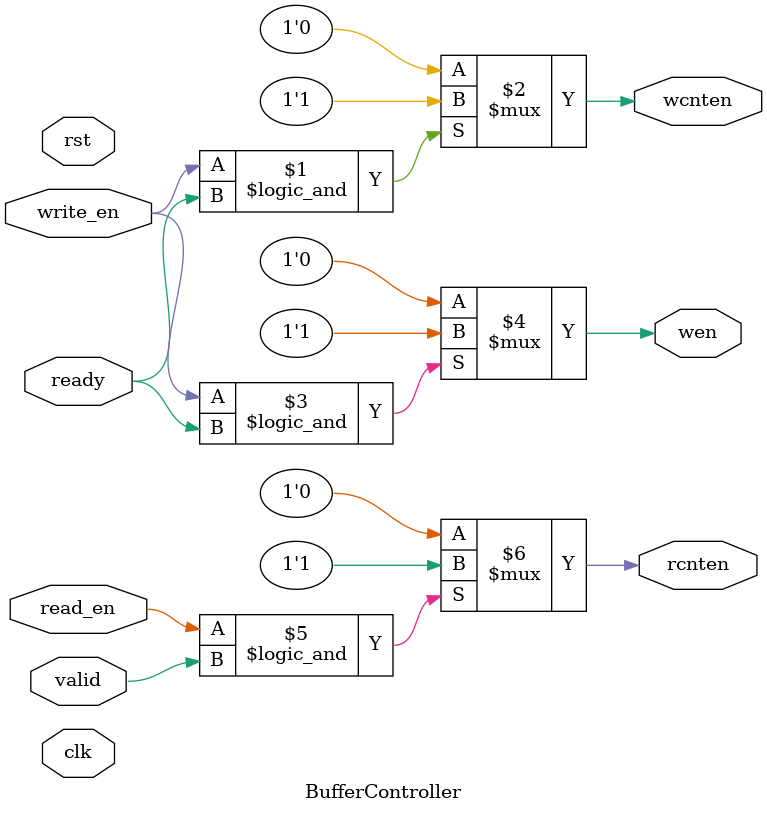
<source format=v>
module BufferController(clk, rst, wen, read_en, wcnten, rcnten, write_en, valid, ready);
    input clk, rst, write_en, read_en, ready, valid;
    output reg wen, rcnten, wcnten;

    assign wcnten = (write_en && ready) ? 1'b1 : 1'b0;
    assign wen = (write_en && ready) ? 1'b1 : 1'b0;
    assign rcnten = (read_en && valid) ? 1'b1 : 1'b0;
endmodule
</source>
